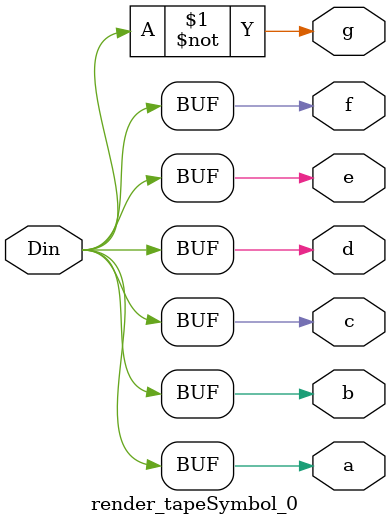
<source format=v>


module render_tapeSymbol_0(
	Din,
	a,
	b,
	c,
	d,
	e,
	f,
	g
);


input wire	Din;
output wire	a;
output wire	b;
output wire	c;
output wire	d;
output wire	e;
output wire	f;
output wire	g;


assign	a = Din;
assign	b = Din;
assign	c = Din;
assign	d = Din;
assign	e = Din;
assign	f = Din;



assign	g =  ~Din;


endmodule

</source>
